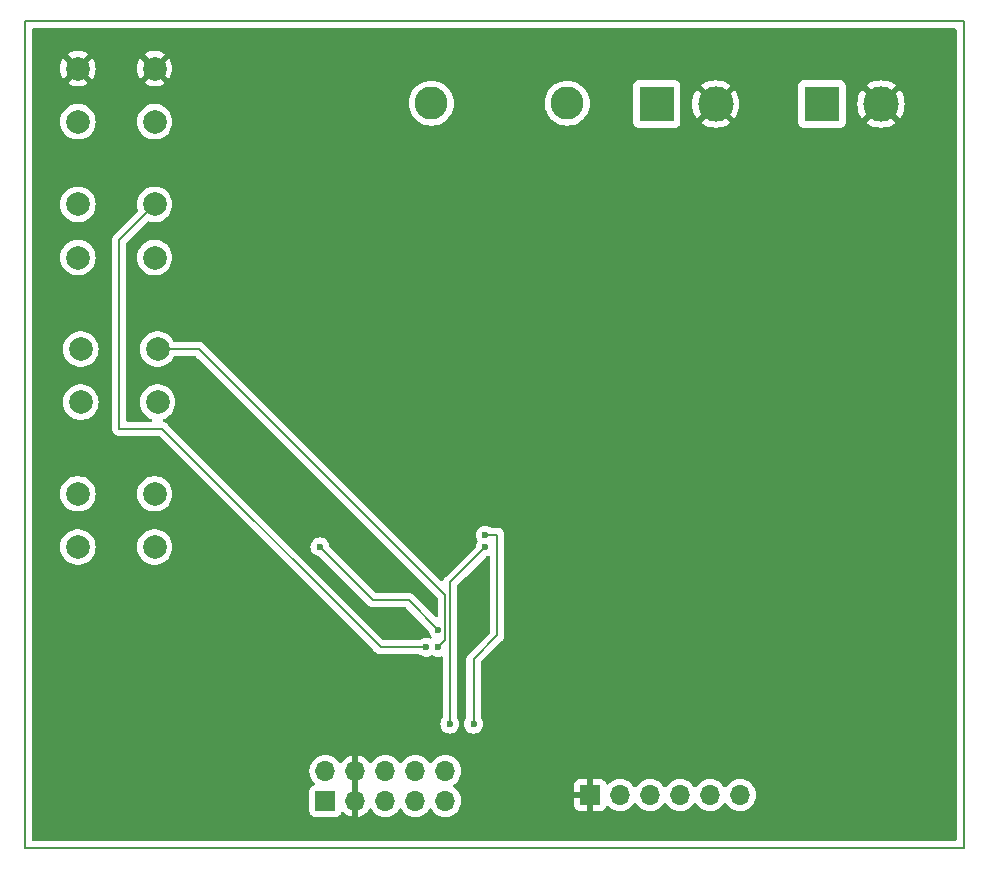
<source format=gbr>
%TF.GenerationSoftware,KiCad,Pcbnew,8.0.5*%
%TF.CreationDate,2024-11-07T20:07:23-06:00*%
%TF.ProjectId,LEDDashboard,4c454444-6173-4686-926f-6172642e6b69,rev?*%
%TF.SameCoordinates,Original*%
%TF.FileFunction,Copper,L2,Bot*%
%TF.FilePolarity,Positive*%
%FSLAX46Y46*%
G04 Gerber Fmt 4.6, Leading zero omitted, Abs format (unit mm)*
G04 Created by KiCad (PCBNEW 8.0.5) date 2024-11-07 20:07:23*
%MOMM*%
%LPD*%
G01*
G04 APERTURE LIST*
%TA.AperFunction,NonConductor*%
%ADD10C,0.200000*%
%TD*%
%TA.AperFunction,ComponentPad*%
%ADD11C,2.800000*%
%TD*%
%TA.AperFunction,ComponentPad*%
%ADD12C,2.000000*%
%TD*%
%TA.AperFunction,ComponentPad*%
%ADD13C,3.000000*%
%TD*%
%TA.AperFunction,ComponentPad*%
%ADD14R,3.000000X3.000000*%
%TD*%
%TA.AperFunction,ComponentPad*%
%ADD15R,1.700000X1.700000*%
%TD*%
%TA.AperFunction,ComponentPad*%
%ADD16O,1.700000X1.700000*%
%TD*%
%TA.AperFunction,ViaPad*%
%ADD17C,0.600000*%
%TD*%
%TA.AperFunction,Conductor*%
%ADD18C,0.200000*%
%TD*%
G04 APERTURE END LIST*
D10*
X24000000Y-21000000D02*
X103500000Y-21000000D01*
X103500000Y-91000000D01*
X24000000Y-91000000D01*
X24000000Y-21000000D01*
D11*
%TO.P,TP2,1,1*%
%TO.N,+3.3V*%
X58432500Y-27932500D03*
%TD*%
%TO.P,TP1,1,1*%
%TO.N,+5V*%
X69932500Y-27932500D03*
%TD*%
D12*
%TO.P,SW4,1,1*%
%TO.N,Net-(U1-PA6)*%
X28500000Y-61000000D03*
X35000000Y-61000000D03*
%TO.P,SW4,2,2*%
%TO.N,Net-(C5-Pad1)*%
X28500000Y-65500000D03*
X35000000Y-65500000D03*
%TD*%
%TO.P,SW3,1,1*%
%TO.N,Net-(U1-PA5)*%
X28750000Y-48750000D03*
X35250000Y-48750000D03*
%TO.P,SW3,2,2*%
%TO.N,Net-(C4-Pad1)*%
X28750000Y-53250000D03*
X35250000Y-53250000D03*
%TD*%
%TO.P,SW2,1,1*%
%TO.N,Net-(U1-PA4)*%
X28500000Y-36500000D03*
X35000000Y-36500000D03*
%TO.P,SW2,2,2*%
%TO.N,Net-(C3-Pad1)*%
X28500000Y-41000000D03*
X35000000Y-41000000D03*
%TD*%
%TO.P,SW1,1,1*%
%TO.N,GND*%
X28500000Y-25000000D03*
X35000000Y-25000000D03*
%TO.P,SW1,2,2*%
%TO.N,Net-(U1-NRST)*%
X28500000Y-29500000D03*
X35000000Y-29500000D03*
%TD*%
D13*
%TO.P,J4,2,Pin_2*%
%TO.N,GND*%
X96500000Y-28000000D03*
D14*
%TO.P,J4,1,Pin_1*%
%TO.N,/LedData*%
X91500000Y-28000000D03*
%TD*%
D13*
%TO.P,J3,2,Pin_2*%
%TO.N,GND*%
X82500000Y-28000000D03*
D14*
%TO.P,J3,1,Pin_1*%
%TO.N,+5V*%
X77500000Y-28000000D03*
%TD*%
D15*
%TO.P,J2,1,Pin_1*%
%TO.N,/SWCLK*%
X49460000Y-87000000D03*
D16*
%TO.P,J2,2,Pin_2*%
%TO.N,/SWDIO*%
X49460000Y-84460000D03*
%TO.P,J2,3,Pin_3*%
%TO.N,GND*%
X52000000Y-87000000D03*
%TO.P,J2,4,Pin_4*%
X52000000Y-84460000D03*
%TO.P,J2,5,Pin_5*%
%TO.N,unconnected-(J2-Pin_5-Pad5)*%
X54540000Y-87000000D03*
%TO.P,J2,6,Pin_6*%
%TO.N,unconnected-(J2-Pin_6-Pad6)*%
X54540000Y-84460000D03*
%TO.P,J2,7,Pin_7*%
%TO.N,unconnected-(J2-Pin_7-Pad7)*%
X57080000Y-87000000D03*
%TO.P,J2,8,Pin_8*%
%TO.N,unconnected-(J2-Pin_8-Pad8)*%
X57080000Y-84460000D03*
%TO.P,J2,9,Pin_9*%
%TO.N,unconnected-(J2-Pin_9-Pad9)*%
X59620000Y-87000000D03*
%TO.P,J2,10,Pin_10*%
%TO.N,unconnected-(J2-Pin_10-Pad10)*%
X59620000Y-84460000D03*
%TD*%
D15*
%TO.P,J1,1,Pin_1*%
%TO.N,GND*%
X71880000Y-86500000D03*
D16*
%TO.P,J1,2,Pin_2*%
%TO.N,unconnected-(J1-Pin_2-Pad2)*%
X74420000Y-86500000D03*
%TO.P,J1,3,Pin_3*%
%TO.N,unconnected-(J1-Pin_3-Pad3)*%
X76960000Y-86500000D03*
%TO.P,J1,4,Pin_4*%
%TO.N,/TX*%
X79500000Y-86500000D03*
%TO.P,J1,5,Pin_5*%
%TO.N,/RX*%
X82040000Y-86500000D03*
%TO.P,J1,6,Pin_6*%
%TO.N,unconnected-(J1-Pin_6-Pad6)*%
X84580000Y-86500000D03*
%TD*%
D17*
%TO.N,Net-(U1-PA5)*%
X59000000Y-74000000D03*
%TO.N,Net-(U1-PA4)*%
X58000000Y-74000000D03*
%TO.N,Net-(U1-PA6)*%
X59000000Y-72500000D03*
X49000000Y-65500000D03*
%TO.N,/SWDIO*%
X63000000Y-65500000D03*
%TO.N,/SWCLK*%
X63000000Y-64500000D03*
%TO.N,/SWDIO*%
X60000000Y-80500000D03*
%TO.N,/SWCLK*%
X62000000Y-80500000D03*
%TO.N,GND*%
X66500000Y-69500000D03*
X28000000Y-75000000D03*
X69432500Y-42432500D03*
%TD*%
D18*
%TO.N,Net-(U1-PA6)*%
X59000000Y-72500000D02*
X56500000Y-70000000D01*
X56500000Y-70000000D02*
X53500000Y-70000000D01*
X53500000Y-70000000D02*
X49000000Y-65500000D01*
%TO.N,Net-(U1-PA4)*%
X35661522Y-55500000D02*
X32000000Y-55500000D01*
X54161522Y-74000000D02*
X35661522Y-55500000D01*
X32000000Y-39500000D02*
X35000000Y-36500000D01*
X58000000Y-74000000D02*
X54161522Y-74000000D01*
X32000000Y-55500000D02*
X32000000Y-39500000D01*
%TO.N,Net-(U1-PA5)*%
X59000000Y-74000000D02*
X59600000Y-73400000D01*
X59600000Y-73400000D02*
X59600000Y-69600000D01*
X59600000Y-69600000D02*
X38750000Y-48750000D01*
X38750000Y-48750000D02*
X35250000Y-48750000D01*
%TO.N,/SWCLK*%
X64000000Y-64500000D02*
X63000000Y-64500000D01*
X62000000Y-75000000D02*
X64000000Y-73000000D01*
X62000000Y-80500000D02*
X62000000Y-75000000D01*
X64000000Y-73000000D02*
X64000000Y-64500000D01*
%TO.N,/SWDIO*%
X60000000Y-68500000D02*
X63000000Y-65500000D01*
X60000000Y-80500000D02*
X60000000Y-68500000D01*
%TD*%
%TA.AperFunction,Conductor*%
%TO.N,GND*%
G36*
X52250000Y-86566988D02*
G01*
X52192993Y-86534075D01*
X52065826Y-86500000D01*
X51934174Y-86500000D01*
X51807007Y-86534075D01*
X51750000Y-86566988D01*
X51750000Y-84893012D01*
X51807007Y-84925925D01*
X51934174Y-84960000D01*
X52065826Y-84960000D01*
X52192993Y-84925925D01*
X52250000Y-84893012D01*
X52250000Y-86566988D01*
G37*
%TD.AperFunction*%
%TA.AperFunction,Conductor*%
G36*
X102842539Y-21620185D02*
G01*
X102888294Y-21672989D01*
X102899500Y-21724500D01*
X102899500Y-90275500D01*
X102879815Y-90342539D01*
X102827011Y-90388294D01*
X102775500Y-90399500D01*
X24724500Y-90399500D01*
X24657461Y-90379815D01*
X24611706Y-90327011D01*
X24600500Y-90275500D01*
X24600500Y-84459999D01*
X48104341Y-84459999D01*
X48104341Y-84460000D01*
X48124936Y-84695403D01*
X48124938Y-84695413D01*
X48186094Y-84923655D01*
X48186096Y-84923659D01*
X48186097Y-84923663D01*
X48265801Y-85094588D01*
X48285965Y-85137830D01*
X48285967Y-85137834D01*
X48347768Y-85226094D01*
X48421504Y-85331400D01*
X48421506Y-85331402D01*
X48543430Y-85453326D01*
X48576915Y-85514649D01*
X48571931Y-85584341D01*
X48530059Y-85640274D01*
X48499083Y-85657189D01*
X48367669Y-85706203D01*
X48367664Y-85706206D01*
X48252455Y-85792452D01*
X48252452Y-85792455D01*
X48166206Y-85907664D01*
X48166202Y-85907671D01*
X48115908Y-86042517D01*
X48109501Y-86102116D01*
X48109500Y-86102135D01*
X48109500Y-87897870D01*
X48109501Y-87897876D01*
X48115908Y-87957483D01*
X48166202Y-88092328D01*
X48166206Y-88092335D01*
X48252452Y-88207544D01*
X48252455Y-88207547D01*
X48367664Y-88293793D01*
X48367671Y-88293797D01*
X48502517Y-88344091D01*
X48502516Y-88344091D01*
X48509444Y-88344835D01*
X48562127Y-88350500D01*
X50357872Y-88350499D01*
X50417483Y-88344091D01*
X50552331Y-88293796D01*
X50667546Y-88207546D01*
X50753796Y-88092331D01*
X50803002Y-87960401D01*
X50844872Y-87904468D01*
X50910337Y-87880050D01*
X50978610Y-87894901D01*
X51006865Y-87916053D01*
X51128917Y-88038105D01*
X51322421Y-88173600D01*
X51536507Y-88273429D01*
X51536516Y-88273433D01*
X51750000Y-88330634D01*
X51750000Y-87433012D01*
X51807007Y-87465925D01*
X51934174Y-87500000D01*
X52065826Y-87500000D01*
X52192993Y-87465925D01*
X52250000Y-87433012D01*
X52250000Y-88330633D01*
X52463483Y-88273433D01*
X52463492Y-88273429D01*
X52677578Y-88173600D01*
X52871082Y-88038105D01*
X53038105Y-87871082D01*
X53168119Y-87685405D01*
X53222696Y-87641781D01*
X53292195Y-87634588D01*
X53354549Y-87666110D01*
X53371269Y-87685405D01*
X53501505Y-87871401D01*
X53668599Y-88038495D01*
X53765384Y-88106265D01*
X53862165Y-88174032D01*
X53862167Y-88174033D01*
X53862170Y-88174035D01*
X54076337Y-88273903D01*
X54304592Y-88335063D01*
X54481034Y-88350500D01*
X54539999Y-88355659D01*
X54540000Y-88355659D01*
X54540001Y-88355659D01*
X54598966Y-88350500D01*
X54775408Y-88335063D01*
X55003663Y-88273903D01*
X55217830Y-88174035D01*
X55411401Y-88038495D01*
X55578495Y-87871401D01*
X55708425Y-87685842D01*
X55763002Y-87642217D01*
X55832500Y-87635023D01*
X55894855Y-87666546D01*
X55911575Y-87685842D01*
X56041500Y-87871395D01*
X56041505Y-87871401D01*
X56208599Y-88038495D01*
X56305384Y-88106265D01*
X56402165Y-88174032D01*
X56402167Y-88174033D01*
X56402170Y-88174035D01*
X56616337Y-88273903D01*
X56844592Y-88335063D01*
X57021034Y-88350500D01*
X57079999Y-88355659D01*
X57080000Y-88355659D01*
X57080001Y-88355659D01*
X57138966Y-88350500D01*
X57315408Y-88335063D01*
X57543663Y-88273903D01*
X57757830Y-88174035D01*
X57951401Y-88038495D01*
X58118495Y-87871401D01*
X58248425Y-87685842D01*
X58303002Y-87642217D01*
X58372500Y-87635023D01*
X58434855Y-87666546D01*
X58451575Y-87685842D01*
X58581500Y-87871395D01*
X58581505Y-87871401D01*
X58748599Y-88038495D01*
X58845384Y-88106265D01*
X58942165Y-88174032D01*
X58942167Y-88174033D01*
X58942170Y-88174035D01*
X59156337Y-88273903D01*
X59384592Y-88335063D01*
X59561034Y-88350500D01*
X59619999Y-88355659D01*
X59620000Y-88355659D01*
X59620001Y-88355659D01*
X59678966Y-88350500D01*
X59855408Y-88335063D01*
X60083663Y-88273903D01*
X60297830Y-88174035D01*
X60491401Y-88038495D01*
X60658495Y-87871401D01*
X60794035Y-87677830D01*
X60893903Y-87463663D01*
X60955063Y-87235408D01*
X60975659Y-87000000D01*
X60955063Y-86764592D01*
X60908626Y-86591285D01*
X60893905Y-86536344D01*
X60893904Y-86536343D01*
X60893903Y-86536337D01*
X60794035Y-86322171D01*
X60788731Y-86314595D01*
X60658494Y-86128597D01*
X60491402Y-85961506D01*
X60491396Y-85961501D01*
X60305842Y-85831575D01*
X60262217Y-85776998D01*
X60255023Y-85707500D01*
X60286546Y-85645145D01*
X60305842Y-85628425D01*
X60343359Y-85602155D01*
X70530000Y-85602155D01*
X70530000Y-86250000D01*
X71446988Y-86250000D01*
X71414075Y-86307007D01*
X71380000Y-86434174D01*
X71380000Y-86565826D01*
X71414075Y-86692993D01*
X71446988Y-86750000D01*
X70530000Y-86750000D01*
X70530000Y-87397844D01*
X70536401Y-87457372D01*
X70536403Y-87457379D01*
X70586645Y-87592086D01*
X70586649Y-87592093D01*
X70672809Y-87707187D01*
X70672812Y-87707190D01*
X70787906Y-87793350D01*
X70787913Y-87793354D01*
X70922620Y-87843596D01*
X70922627Y-87843598D01*
X70982155Y-87849999D01*
X70982172Y-87850000D01*
X71630000Y-87850000D01*
X71630000Y-86933012D01*
X71687007Y-86965925D01*
X71814174Y-87000000D01*
X71945826Y-87000000D01*
X72072993Y-86965925D01*
X72130000Y-86933012D01*
X72130000Y-87850000D01*
X72777828Y-87850000D01*
X72777844Y-87849999D01*
X72837372Y-87843598D01*
X72837379Y-87843596D01*
X72972086Y-87793354D01*
X72972093Y-87793350D01*
X73087187Y-87707190D01*
X73087190Y-87707187D01*
X73173350Y-87592093D01*
X73173354Y-87592086D01*
X73222422Y-87460529D01*
X73264293Y-87404595D01*
X73329757Y-87380178D01*
X73398030Y-87395030D01*
X73426285Y-87416181D01*
X73548599Y-87538495D01*
X73625135Y-87592086D01*
X73742165Y-87674032D01*
X73742167Y-87674033D01*
X73742170Y-87674035D01*
X73956337Y-87773903D01*
X74184592Y-87835063D01*
X74355319Y-87850000D01*
X74419999Y-87855659D01*
X74420000Y-87855659D01*
X74420001Y-87855659D01*
X74484681Y-87850000D01*
X74655408Y-87835063D01*
X74883663Y-87773903D01*
X75097830Y-87674035D01*
X75291401Y-87538495D01*
X75458495Y-87371401D01*
X75588425Y-87185842D01*
X75643002Y-87142217D01*
X75712500Y-87135023D01*
X75774855Y-87166546D01*
X75791575Y-87185842D01*
X75921500Y-87371395D01*
X75921505Y-87371401D01*
X76088599Y-87538495D01*
X76165135Y-87592086D01*
X76282165Y-87674032D01*
X76282167Y-87674033D01*
X76282170Y-87674035D01*
X76496337Y-87773903D01*
X76724592Y-87835063D01*
X76895319Y-87850000D01*
X76959999Y-87855659D01*
X76960000Y-87855659D01*
X76960001Y-87855659D01*
X77024681Y-87850000D01*
X77195408Y-87835063D01*
X77423663Y-87773903D01*
X77637830Y-87674035D01*
X77831401Y-87538495D01*
X77998495Y-87371401D01*
X78128425Y-87185842D01*
X78183002Y-87142217D01*
X78252500Y-87135023D01*
X78314855Y-87166546D01*
X78331575Y-87185842D01*
X78461500Y-87371395D01*
X78461505Y-87371401D01*
X78628599Y-87538495D01*
X78705135Y-87592086D01*
X78822165Y-87674032D01*
X78822167Y-87674033D01*
X78822170Y-87674035D01*
X79036337Y-87773903D01*
X79264592Y-87835063D01*
X79435319Y-87850000D01*
X79499999Y-87855659D01*
X79500000Y-87855659D01*
X79500001Y-87855659D01*
X79564681Y-87850000D01*
X79735408Y-87835063D01*
X79963663Y-87773903D01*
X80177830Y-87674035D01*
X80371401Y-87538495D01*
X80538495Y-87371401D01*
X80668425Y-87185842D01*
X80723002Y-87142217D01*
X80792500Y-87135023D01*
X80854855Y-87166546D01*
X80871575Y-87185842D01*
X81001500Y-87371395D01*
X81001505Y-87371401D01*
X81168599Y-87538495D01*
X81245135Y-87592086D01*
X81362165Y-87674032D01*
X81362167Y-87674033D01*
X81362170Y-87674035D01*
X81576337Y-87773903D01*
X81804592Y-87835063D01*
X81975319Y-87850000D01*
X82039999Y-87855659D01*
X82040000Y-87855659D01*
X82040001Y-87855659D01*
X82104681Y-87850000D01*
X82275408Y-87835063D01*
X82503663Y-87773903D01*
X82717830Y-87674035D01*
X82911401Y-87538495D01*
X83078495Y-87371401D01*
X83208425Y-87185842D01*
X83263002Y-87142217D01*
X83332500Y-87135023D01*
X83394855Y-87166546D01*
X83411575Y-87185842D01*
X83541500Y-87371395D01*
X83541505Y-87371401D01*
X83708599Y-87538495D01*
X83785135Y-87592086D01*
X83902165Y-87674032D01*
X83902167Y-87674033D01*
X83902170Y-87674035D01*
X84116337Y-87773903D01*
X84344592Y-87835063D01*
X84515319Y-87850000D01*
X84579999Y-87855659D01*
X84580000Y-87855659D01*
X84580001Y-87855659D01*
X84644681Y-87850000D01*
X84815408Y-87835063D01*
X85043663Y-87773903D01*
X85257830Y-87674035D01*
X85451401Y-87538495D01*
X85618495Y-87371401D01*
X85754035Y-87177830D01*
X85853903Y-86963663D01*
X85915063Y-86735408D01*
X85935659Y-86500000D01*
X85915063Y-86264592D01*
X85853903Y-86036337D01*
X85754035Y-85822171D01*
X85748913Y-85814855D01*
X85618494Y-85628597D01*
X85451402Y-85461506D01*
X85451395Y-85461501D01*
X85257834Y-85325967D01*
X85257830Y-85325965D01*
X85186727Y-85292809D01*
X85043663Y-85226097D01*
X85043659Y-85226096D01*
X85043655Y-85226094D01*
X84815413Y-85164938D01*
X84815403Y-85164936D01*
X84580001Y-85144341D01*
X84579999Y-85144341D01*
X84344596Y-85164936D01*
X84344586Y-85164938D01*
X84116344Y-85226094D01*
X84116335Y-85226098D01*
X83902171Y-85325964D01*
X83902169Y-85325965D01*
X83708597Y-85461505D01*
X83541505Y-85628597D01*
X83411575Y-85814158D01*
X83356998Y-85857783D01*
X83287500Y-85864977D01*
X83225145Y-85833454D01*
X83208425Y-85814158D01*
X83078494Y-85628597D01*
X82911402Y-85461506D01*
X82911395Y-85461501D01*
X82717834Y-85325967D01*
X82717830Y-85325965D01*
X82646727Y-85292809D01*
X82503663Y-85226097D01*
X82503659Y-85226096D01*
X82503655Y-85226094D01*
X82275413Y-85164938D01*
X82275403Y-85164936D01*
X82040001Y-85144341D01*
X82039999Y-85144341D01*
X81804596Y-85164936D01*
X81804586Y-85164938D01*
X81576344Y-85226094D01*
X81576335Y-85226098D01*
X81362171Y-85325964D01*
X81362169Y-85325965D01*
X81168597Y-85461505D01*
X81001505Y-85628597D01*
X80871575Y-85814158D01*
X80816998Y-85857783D01*
X80747500Y-85864977D01*
X80685145Y-85833454D01*
X80668425Y-85814158D01*
X80538494Y-85628597D01*
X80371402Y-85461506D01*
X80371395Y-85461501D01*
X80177834Y-85325967D01*
X80177830Y-85325965D01*
X80106727Y-85292809D01*
X79963663Y-85226097D01*
X79963659Y-85226096D01*
X79963655Y-85226094D01*
X79735413Y-85164938D01*
X79735403Y-85164936D01*
X79500001Y-85144341D01*
X79499999Y-85144341D01*
X79264596Y-85164936D01*
X79264586Y-85164938D01*
X79036344Y-85226094D01*
X79036335Y-85226098D01*
X78822171Y-85325964D01*
X78822169Y-85325965D01*
X78628597Y-85461505D01*
X78461505Y-85628597D01*
X78331575Y-85814158D01*
X78276998Y-85857783D01*
X78207500Y-85864977D01*
X78145145Y-85833454D01*
X78128425Y-85814158D01*
X77998494Y-85628597D01*
X77831402Y-85461506D01*
X77831395Y-85461501D01*
X77637834Y-85325967D01*
X77637830Y-85325965D01*
X77566727Y-85292809D01*
X77423663Y-85226097D01*
X77423659Y-85226096D01*
X77423655Y-85226094D01*
X77195413Y-85164938D01*
X77195403Y-85164936D01*
X76960001Y-85144341D01*
X76959999Y-85144341D01*
X76724596Y-85164936D01*
X76724586Y-85164938D01*
X76496344Y-85226094D01*
X76496335Y-85226098D01*
X76282171Y-85325964D01*
X76282169Y-85325965D01*
X76088597Y-85461505D01*
X75921505Y-85628597D01*
X75791575Y-85814158D01*
X75736998Y-85857783D01*
X75667500Y-85864977D01*
X75605145Y-85833454D01*
X75588425Y-85814158D01*
X75458494Y-85628597D01*
X75291402Y-85461506D01*
X75291395Y-85461501D01*
X75097834Y-85325967D01*
X75097830Y-85325965D01*
X75026727Y-85292809D01*
X74883663Y-85226097D01*
X74883659Y-85226096D01*
X74883655Y-85226094D01*
X74655413Y-85164938D01*
X74655403Y-85164936D01*
X74420001Y-85144341D01*
X74419999Y-85144341D01*
X74184596Y-85164936D01*
X74184586Y-85164938D01*
X73956344Y-85226094D01*
X73956335Y-85226098D01*
X73742171Y-85325964D01*
X73742169Y-85325965D01*
X73548600Y-85461503D01*
X73426284Y-85583819D01*
X73364961Y-85617303D01*
X73295269Y-85612319D01*
X73239336Y-85570447D01*
X73222421Y-85539470D01*
X73173354Y-85407913D01*
X73173350Y-85407906D01*
X73087190Y-85292812D01*
X73087187Y-85292809D01*
X72972093Y-85206649D01*
X72972086Y-85206645D01*
X72837379Y-85156403D01*
X72837372Y-85156401D01*
X72777844Y-85150000D01*
X72130000Y-85150000D01*
X72130000Y-86066988D01*
X72072993Y-86034075D01*
X71945826Y-86000000D01*
X71814174Y-86000000D01*
X71687007Y-86034075D01*
X71630000Y-86066988D01*
X71630000Y-85150000D01*
X70982155Y-85150000D01*
X70922627Y-85156401D01*
X70922620Y-85156403D01*
X70787913Y-85206645D01*
X70787906Y-85206649D01*
X70672812Y-85292809D01*
X70672809Y-85292812D01*
X70586649Y-85407906D01*
X70586645Y-85407913D01*
X70536403Y-85542620D01*
X70536401Y-85542627D01*
X70530000Y-85602155D01*
X60343359Y-85602155D01*
X60428384Y-85542620D01*
X60491401Y-85498495D01*
X60658495Y-85331401D01*
X60794035Y-85137830D01*
X60893903Y-84923663D01*
X60955063Y-84695408D01*
X60975659Y-84460000D01*
X60955063Y-84224592D01*
X60893903Y-83996337D01*
X60794035Y-83782171D01*
X60788731Y-83774595D01*
X60658494Y-83588597D01*
X60491402Y-83421506D01*
X60491395Y-83421501D01*
X60297834Y-83285967D01*
X60297830Y-83285965D01*
X60297828Y-83285964D01*
X60083663Y-83186097D01*
X60083659Y-83186096D01*
X60083655Y-83186094D01*
X59855413Y-83124938D01*
X59855403Y-83124936D01*
X59620001Y-83104341D01*
X59619999Y-83104341D01*
X59384596Y-83124936D01*
X59384586Y-83124938D01*
X59156344Y-83186094D01*
X59156335Y-83186098D01*
X58942171Y-83285964D01*
X58942169Y-83285965D01*
X58748597Y-83421505D01*
X58581505Y-83588597D01*
X58451575Y-83774158D01*
X58396998Y-83817783D01*
X58327500Y-83824977D01*
X58265145Y-83793454D01*
X58248425Y-83774158D01*
X58118494Y-83588597D01*
X57951402Y-83421506D01*
X57951395Y-83421501D01*
X57757834Y-83285967D01*
X57757830Y-83285965D01*
X57757828Y-83285964D01*
X57543663Y-83186097D01*
X57543659Y-83186096D01*
X57543655Y-83186094D01*
X57315413Y-83124938D01*
X57315403Y-83124936D01*
X57080001Y-83104341D01*
X57079999Y-83104341D01*
X56844596Y-83124936D01*
X56844586Y-83124938D01*
X56616344Y-83186094D01*
X56616335Y-83186098D01*
X56402171Y-83285964D01*
X56402169Y-83285965D01*
X56208597Y-83421505D01*
X56041505Y-83588597D01*
X55911575Y-83774158D01*
X55856998Y-83817783D01*
X55787500Y-83824977D01*
X55725145Y-83793454D01*
X55708425Y-83774158D01*
X55578494Y-83588597D01*
X55411402Y-83421506D01*
X55411395Y-83421501D01*
X55217834Y-83285967D01*
X55217830Y-83285965D01*
X55217828Y-83285964D01*
X55003663Y-83186097D01*
X55003659Y-83186096D01*
X55003655Y-83186094D01*
X54775413Y-83124938D01*
X54775403Y-83124936D01*
X54540001Y-83104341D01*
X54539999Y-83104341D01*
X54304596Y-83124936D01*
X54304586Y-83124938D01*
X54076344Y-83186094D01*
X54076335Y-83186098D01*
X53862171Y-83285964D01*
X53862169Y-83285965D01*
X53668597Y-83421505D01*
X53501508Y-83588594D01*
X53371269Y-83774595D01*
X53316692Y-83818219D01*
X53247193Y-83825412D01*
X53184839Y-83793890D01*
X53168119Y-83774594D01*
X53038113Y-83588926D01*
X53038108Y-83588920D01*
X52871082Y-83421894D01*
X52677578Y-83286399D01*
X52463492Y-83186570D01*
X52463486Y-83186567D01*
X52250000Y-83129364D01*
X52250000Y-84026988D01*
X52192993Y-83994075D01*
X52065826Y-83960000D01*
X51934174Y-83960000D01*
X51807007Y-83994075D01*
X51750000Y-84026988D01*
X51750000Y-83129364D01*
X51749999Y-83129364D01*
X51536513Y-83186567D01*
X51536507Y-83186570D01*
X51322422Y-83286399D01*
X51322420Y-83286400D01*
X51128926Y-83421886D01*
X51128920Y-83421891D01*
X50961891Y-83588920D01*
X50961890Y-83588922D01*
X50831880Y-83774595D01*
X50777303Y-83818219D01*
X50707804Y-83825412D01*
X50645450Y-83793890D01*
X50628730Y-83774594D01*
X50498494Y-83588597D01*
X50331402Y-83421506D01*
X50331395Y-83421501D01*
X50137834Y-83285967D01*
X50137830Y-83285965D01*
X50137828Y-83285964D01*
X49923663Y-83186097D01*
X49923659Y-83186096D01*
X49923655Y-83186094D01*
X49695413Y-83124938D01*
X49695403Y-83124936D01*
X49460001Y-83104341D01*
X49459999Y-83104341D01*
X49224596Y-83124936D01*
X49224586Y-83124938D01*
X48996344Y-83186094D01*
X48996335Y-83186098D01*
X48782171Y-83285964D01*
X48782169Y-83285965D01*
X48588597Y-83421505D01*
X48421505Y-83588597D01*
X48285965Y-83782169D01*
X48285964Y-83782171D01*
X48186098Y-83996335D01*
X48186094Y-83996344D01*
X48124938Y-84224586D01*
X48124936Y-84224596D01*
X48104341Y-84459999D01*
X24600500Y-84459999D01*
X24600500Y-65499994D01*
X26994357Y-65499994D01*
X26994357Y-65500005D01*
X27014890Y-65747812D01*
X27014892Y-65747824D01*
X27075936Y-65988881D01*
X27175826Y-66216606D01*
X27311833Y-66424782D01*
X27311836Y-66424785D01*
X27480256Y-66607738D01*
X27676491Y-66760474D01*
X27895190Y-66878828D01*
X28130386Y-66959571D01*
X28375665Y-67000500D01*
X28624335Y-67000500D01*
X28869614Y-66959571D01*
X29104810Y-66878828D01*
X29323509Y-66760474D01*
X29519744Y-66607738D01*
X29688164Y-66424785D01*
X29824173Y-66216607D01*
X29924063Y-65988881D01*
X29985108Y-65747821D01*
X30005643Y-65500000D01*
X30005643Y-65499994D01*
X33494357Y-65499994D01*
X33494357Y-65500005D01*
X33514890Y-65747812D01*
X33514892Y-65747824D01*
X33575936Y-65988881D01*
X33675826Y-66216606D01*
X33811833Y-66424782D01*
X33811836Y-66424785D01*
X33980256Y-66607738D01*
X34176491Y-66760474D01*
X34395190Y-66878828D01*
X34630386Y-66959571D01*
X34875665Y-67000500D01*
X35124335Y-67000500D01*
X35369614Y-66959571D01*
X35604810Y-66878828D01*
X35823509Y-66760474D01*
X36019744Y-66607738D01*
X36188164Y-66424785D01*
X36324173Y-66216607D01*
X36424063Y-65988881D01*
X36485108Y-65747821D01*
X36505643Y-65500000D01*
X36504107Y-65481465D01*
X36485109Y-65252187D01*
X36485107Y-65252175D01*
X36424063Y-65011118D01*
X36324173Y-64783393D01*
X36188166Y-64575217D01*
X36166557Y-64551744D01*
X36019744Y-64392262D01*
X35823509Y-64239526D01*
X35823507Y-64239525D01*
X35823506Y-64239524D01*
X35604811Y-64121172D01*
X35604802Y-64121169D01*
X35369616Y-64040429D01*
X35124335Y-63999500D01*
X34875665Y-63999500D01*
X34630383Y-64040429D01*
X34395197Y-64121169D01*
X34395188Y-64121172D01*
X34176493Y-64239524D01*
X33980257Y-64392261D01*
X33811833Y-64575217D01*
X33675826Y-64783393D01*
X33575936Y-65011118D01*
X33514892Y-65252175D01*
X33514890Y-65252187D01*
X33494357Y-65499994D01*
X30005643Y-65499994D01*
X30004107Y-65481465D01*
X29985109Y-65252187D01*
X29985107Y-65252175D01*
X29924063Y-65011118D01*
X29824173Y-64783393D01*
X29688166Y-64575217D01*
X29666557Y-64551744D01*
X29519744Y-64392262D01*
X29323509Y-64239526D01*
X29323507Y-64239525D01*
X29323506Y-64239524D01*
X29104811Y-64121172D01*
X29104802Y-64121169D01*
X28869616Y-64040429D01*
X28624335Y-63999500D01*
X28375665Y-63999500D01*
X28130383Y-64040429D01*
X27895197Y-64121169D01*
X27895188Y-64121172D01*
X27676493Y-64239524D01*
X27480257Y-64392261D01*
X27311833Y-64575217D01*
X27175826Y-64783393D01*
X27075936Y-65011118D01*
X27014892Y-65252175D01*
X27014890Y-65252187D01*
X26994357Y-65499994D01*
X24600500Y-65499994D01*
X24600500Y-60999994D01*
X26994357Y-60999994D01*
X26994357Y-61000005D01*
X27014890Y-61247812D01*
X27014892Y-61247824D01*
X27075936Y-61488881D01*
X27175826Y-61716606D01*
X27311833Y-61924782D01*
X27311836Y-61924785D01*
X27480256Y-62107738D01*
X27676491Y-62260474D01*
X27895190Y-62378828D01*
X28130386Y-62459571D01*
X28375665Y-62500500D01*
X28624335Y-62500500D01*
X28869614Y-62459571D01*
X29104810Y-62378828D01*
X29323509Y-62260474D01*
X29519744Y-62107738D01*
X29688164Y-61924785D01*
X29824173Y-61716607D01*
X29924063Y-61488881D01*
X29985108Y-61247821D01*
X30005643Y-61000000D01*
X30005643Y-60999994D01*
X33494357Y-60999994D01*
X33494357Y-61000005D01*
X33514890Y-61247812D01*
X33514892Y-61247824D01*
X33575936Y-61488881D01*
X33675826Y-61716606D01*
X33811833Y-61924782D01*
X33811836Y-61924785D01*
X33980256Y-62107738D01*
X34176491Y-62260474D01*
X34395190Y-62378828D01*
X34630386Y-62459571D01*
X34875665Y-62500500D01*
X35124335Y-62500500D01*
X35369614Y-62459571D01*
X35604810Y-62378828D01*
X35823509Y-62260474D01*
X36019744Y-62107738D01*
X36188164Y-61924785D01*
X36324173Y-61716607D01*
X36424063Y-61488881D01*
X36485108Y-61247821D01*
X36505643Y-61000000D01*
X36485108Y-60752179D01*
X36424063Y-60511119D01*
X36324173Y-60283393D01*
X36188166Y-60075217D01*
X36166557Y-60051744D01*
X36019744Y-59892262D01*
X35823509Y-59739526D01*
X35823507Y-59739525D01*
X35823506Y-59739524D01*
X35604811Y-59621172D01*
X35604802Y-59621169D01*
X35369616Y-59540429D01*
X35124335Y-59499500D01*
X34875665Y-59499500D01*
X34630383Y-59540429D01*
X34395197Y-59621169D01*
X34395188Y-59621172D01*
X34176493Y-59739524D01*
X33980257Y-59892261D01*
X33811833Y-60075217D01*
X33675826Y-60283393D01*
X33575936Y-60511118D01*
X33514892Y-60752175D01*
X33514890Y-60752187D01*
X33494357Y-60999994D01*
X30005643Y-60999994D01*
X29985108Y-60752179D01*
X29924063Y-60511119D01*
X29824173Y-60283393D01*
X29688166Y-60075217D01*
X29666557Y-60051744D01*
X29519744Y-59892262D01*
X29323509Y-59739526D01*
X29323507Y-59739525D01*
X29323506Y-59739524D01*
X29104811Y-59621172D01*
X29104802Y-59621169D01*
X28869616Y-59540429D01*
X28624335Y-59499500D01*
X28375665Y-59499500D01*
X28130383Y-59540429D01*
X27895197Y-59621169D01*
X27895188Y-59621172D01*
X27676493Y-59739524D01*
X27480257Y-59892261D01*
X27311833Y-60075217D01*
X27175826Y-60283393D01*
X27075936Y-60511118D01*
X27014892Y-60752175D01*
X27014890Y-60752187D01*
X26994357Y-60999994D01*
X24600500Y-60999994D01*
X24600500Y-53249994D01*
X27244357Y-53249994D01*
X27244357Y-53250005D01*
X27264890Y-53497812D01*
X27264892Y-53497824D01*
X27325936Y-53738881D01*
X27425826Y-53966606D01*
X27561833Y-54174782D01*
X27561836Y-54174785D01*
X27730256Y-54357738D01*
X27926491Y-54510474D01*
X28145190Y-54628828D01*
X28380386Y-54709571D01*
X28625665Y-54750500D01*
X28874335Y-54750500D01*
X29119614Y-54709571D01*
X29354810Y-54628828D01*
X29573509Y-54510474D01*
X29769744Y-54357738D01*
X29938164Y-54174785D01*
X30074173Y-53966607D01*
X30174063Y-53738881D01*
X30235108Y-53497821D01*
X30255643Y-53250000D01*
X30235108Y-53002179D01*
X30174063Y-52761119D01*
X30074173Y-52533393D01*
X29938166Y-52325217D01*
X29916557Y-52301744D01*
X29769744Y-52142262D01*
X29573509Y-51989526D01*
X29573507Y-51989525D01*
X29573506Y-51989524D01*
X29354811Y-51871172D01*
X29354802Y-51871169D01*
X29119616Y-51790429D01*
X28874335Y-51749500D01*
X28625665Y-51749500D01*
X28380383Y-51790429D01*
X28145197Y-51871169D01*
X28145188Y-51871172D01*
X27926493Y-51989524D01*
X27730257Y-52142261D01*
X27561833Y-52325217D01*
X27425826Y-52533393D01*
X27325936Y-52761118D01*
X27264892Y-53002175D01*
X27264890Y-53002187D01*
X27244357Y-53249994D01*
X24600500Y-53249994D01*
X24600500Y-48749994D01*
X27244357Y-48749994D01*
X27244357Y-48750005D01*
X27264890Y-48997812D01*
X27264892Y-48997824D01*
X27325936Y-49238881D01*
X27425826Y-49466606D01*
X27561833Y-49674782D01*
X27561836Y-49674785D01*
X27730256Y-49857738D01*
X27926491Y-50010474D01*
X28145190Y-50128828D01*
X28380386Y-50209571D01*
X28625665Y-50250500D01*
X28874335Y-50250500D01*
X29119614Y-50209571D01*
X29354810Y-50128828D01*
X29573509Y-50010474D01*
X29769744Y-49857738D01*
X29938164Y-49674785D01*
X30074173Y-49466607D01*
X30174063Y-49238881D01*
X30235108Y-48997821D01*
X30255643Y-48750000D01*
X30235108Y-48502179D01*
X30176181Y-48269481D01*
X30174063Y-48261118D01*
X30074173Y-48033393D01*
X29938166Y-47825217D01*
X29916557Y-47801744D01*
X29769744Y-47642262D01*
X29573509Y-47489526D01*
X29573507Y-47489525D01*
X29573506Y-47489524D01*
X29354811Y-47371172D01*
X29354802Y-47371169D01*
X29119616Y-47290429D01*
X28874335Y-47249500D01*
X28625665Y-47249500D01*
X28380383Y-47290429D01*
X28145197Y-47371169D01*
X28145188Y-47371172D01*
X27926493Y-47489524D01*
X27730257Y-47642261D01*
X27561833Y-47825217D01*
X27425826Y-48033393D01*
X27325936Y-48261118D01*
X27264892Y-48502175D01*
X27264890Y-48502187D01*
X27244357Y-48749994D01*
X24600500Y-48749994D01*
X24600500Y-40999994D01*
X26994357Y-40999994D01*
X26994357Y-41000005D01*
X27014890Y-41247812D01*
X27014892Y-41247824D01*
X27075936Y-41488881D01*
X27175826Y-41716606D01*
X27311833Y-41924782D01*
X27311836Y-41924785D01*
X27480256Y-42107738D01*
X27676491Y-42260474D01*
X27895190Y-42378828D01*
X28130386Y-42459571D01*
X28375665Y-42500500D01*
X28624335Y-42500500D01*
X28869614Y-42459571D01*
X29104810Y-42378828D01*
X29323509Y-42260474D01*
X29519744Y-42107738D01*
X29688164Y-41924785D01*
X29824173Y-41716607D01*
X29924063Y-41488881D01*
X29985108Y-41247821D01*
X30005643Y-41000000D01*
X29985108Y-40752179D01*
X29924063Y-40511119D01*
X29824173Y-40283393D01*
X29688166Y-40075217D01*
X29666557Y-40051744D01*
X29519744Y-39892262D01*
X29323509Y-39739526D01*
X29323507Y-39739525D01*
X29323506Y-39739524D01*
X29104811Y-39621172D01*
X29104802Y-39621169D01*
X28869616Y-39540429D01*
X28624335Y-39499500D01*
X28375665Y-39499500D01*
X28130383Y-39540429D01*
X27895197Y-39621169D01*
X27895188Y-39621172D01*
X27676493Y-39739524D01*
X27480257Y-39892261D01*
X27311833Y-40075217D01*
X27175826Y-40283393D01*
X27075936Y-40511118D01*
X27014892Y-40752175D01*
X27014890Y-40752187D01*
X26994357Y-40999994D01*
X24600500Y-40999994D01*
X24600500Y-39420943D01*
X31399499Y-39420943D01*
X31399499Y-39420945D01*
X31399499Y-39589046D01*
X31399500Y-39589059D01*
X31399500Y-55579056D01*
X31440423Y-55731783D01*
X31440426Y-55731790D01*
X31519475Y-55868709D01*
X31519479Y-55868714D01*
X31519480Y-55868716D01*
X31631284Y-55980520D01*
X31631286Y-55980521D01*
X31631290Y-55980524D01*
X31768209Y-56059573D01*
X31768216Y-56059577D01*
X31920943Y-56100500D01*
X32079057Y-56100500D01*
X35361425Y-56100500D01*
X35428464Y-56120185D01*
X35449106Y-56136819D01*
X53676661Y-74364374D01*
X53676671Y-74364385D01*
X53681001Y-74368715D01*
X53681002Y-74368716D01*
X53792806Y-74480520D01*
X53860285Y-74519478D01*
X53879617Y-74530639D01*
X53879619Y-74530641D01*
X53917673Y-74552611D01*
X53929737Y-74559577D01*
X54082465Y-74600501D01*
X54082468Y-74600501D01*
X54248175Y-74600501D01*
X54248191Y-74600500D01*
X57417588Y-74600500D01*
X57484627Y-74620185D01*
X57494903Y-74627555D01*
X57497736Y-74629814D01*
X57497738Y-74629816D01*
X57600499Y-74694385D01*
X57638234Y-74718096D01*
X57650478Y-74725789D01*
X57771725Y-74768215D01*
X57820745Y-74785368D01*
X57820750Y-74785369D01*
X57999996Y-74805565D01*
X58000000Y-74805565D01*
X58000004Y-74805565D01*
X58179249Y-74785369D01*
X58179252Y-74785368D01*
X58179255Y-74785368D01*
X58349522Y-74725789D01*
X58361766Y-74718096D01*
X58434027Y-74672691D01*
X58501264Y-74653690D01*
X58565973Y-74672691D01*
X58650475Y-74725788D01*
X58820745Y-74785368D01*
X58820750Y-74785369D01*
X58999996Y-74805565D01*
X59000000Y-74805565D01*
X59000004Y-74805565D01*
X59179249Y-74785369D01*
X59179250Y-74785368D01*
X59179255Y-74785368D01*
X59234545Y-74766020D01*
X59304322Y-74762458D01*
X59364950Y-74797186D01*
X59397178Y-74859179D01*
X59399500Y-74883062D01*
X59399500Y-79917587D01*
X59379815Y-79984626D01*
X59372450Y-79994896D01*
X59370186Y-79997734D01*
X59274211Y-80150476D01*
X59214631Y-80320745D01*
X59214630Y-80320750D01*
X59194435Y-80499996D01*
X59194435Y-80500003D01*
X59214630Y-80679249D01*
X59214631Y-80679254D01*
X59274211Y-80849523D01*
X59370184Y-81002262D01*
X59497738Y-81129816D01*
X59650478Y-81225789D01*
X59820745Y-81285368D01*
X59820750Y-81285369D01*
X59999996Y-81305565D01*
X60000000Y-81305565D01*
X60000004Y-81305565D01*
X60179249Y-81285369D01*
X60179252Y-81285368D01*
X60179255Y-81285368D01*
X60349522Y-81225789D01*
X60502262Y-81129816D01*
X60629816Y-81002262D01*
X60725789Y-80849522D01*
X60785368Y-80679255D01*
X60805565Y-80500000D01*
X60785368Y-80320745D01*
X60725789Y-80150478D01*
X60629816Y-79997738D01*
X60629814Y-79997736D01*
X60629813Y-79997734D01*
X60627550Y-79994896D01*
X60626659Y-79992715D01*
X60626111Y-79991842D01*
X60626264Y-79991745D01*
X60601144Y-79930209D01*
X60600500Y-79917587D01*
X60600500Y-68800097D01*
X60620185Y-68733058D01*
X60636819Y-68712416D01*
X61329757Y-68019478D01*
X63018536Y-66330698D01*
X63079857Y-66297215D01*
X63092310Y-66295163D01*
X63179255Y-66285368D01*
X63234545Y-66266020D01*
X63304323Y-66262458D01*
X63364951Y-66297186D01*
X63397178Y-66359180D01*
X63399500Y-66383062D01*
X63399500Y-72699902D01*
X63379815Y-72766941D01*
X63363181Y-72787583D01*
X61519481Y-74631282D01*
X61519479Y-74631285D01*
X61469361Y-74718094D01*
X61469359Y-74718096D01*
X61440425Y-74768209D01*
X61440424Y-74768210D01*
X61432660Y-74797186D01*
X61399499Y-74920943D01*
X61399499Y-74920945D01*
X61399499Y-75089046D01*
X61399500Y-75089059D01*
X61399500Y-79917587D01*
X61379815Y-79984626D01*
X61372450Y-79994896D01*
X61370186Y-79997734D01*
X61274211Y-80150476D01*
X61214631Y-80320745D01*
X61214630Y-80320750D01*
X61194435Y-80499996D01*
X61194435Y-80500003D01*
X61214630Y-80679249D01*
X61214631Y-80679254D01*
X61274211Y-80849523D01*
X61370184Y-81002262D01*
X61497738Y-81129816D01*
X61650478Y-81225789D01*
X61820745Y-81285368D01*
X61820750Y-81285369D01*
X61999996Y-81305565D01*
X62000000Y-81305565D01*
X62000004Y-81305565D01*
X62179249Y-81285369D01*
X62179252Y-81285368D01*
X62179255Y-81285368D01*
X62349522Y-81225789D01*
X62502262Y-81129816D01*
X62629816Y-81002262D01*
X62725789Y-80849522D01*
X62785368Y-80679255D01*
X62805565Y-80500000D01*
X62785368Y-80320745D01*
X62725789Y-80150478D01*
X62629816Y-79997738D01*
X62629814Y-79997736D01*
X62629813Y-79997734D01*
X62627550Y-79994896D01*
X62626659Y-79992715D01*
X62626111Y-79991842D01*
X62626264Y-79991745D01*
X62601144Y-79930209D01*
X62600500Y-79917587D01*
X62600500Y-75300096D01*
X62620185Y-75233057D01*
X62636814Y-75212420D01*
X64358506Y-73490727D01*
X64358511Y-73490724D01*
X64368714Y-73480520D01*
X64368716Y-73480520D01*
X64480520Y-73368716D01*
X64535082Y-73274211D01*
X64559577Y-73231785D01*
X64600500Y-73079057D01*
X64600500Y-72920943D01*
X64600500Y-64420943D01*
X64559577Y-64268216D01*
X64491602Y-64150478D01*
X64480524Y-64131290D01*
X64480518Y-64131282D01*
X64368717Y-64019481D01*
X64368709Y-64019475D01*
X64231790Y-63940426D01*
X64231786Y-63940424D01*
X64231784Y-63940423D01*
X64079057Y-63899500D01*
X64079056Y-63899500D01*
X63582412Y-63899500D01*
X63515373Y-63879815D01*
X63505097Y-63872445D01*
X63502263Y-63870185D01*
X63502262Y-63870184D01*
X63445496Y-63834515D01*
X63349523Y-63774211D01*
X63179254Y-63714631D01*
X63179249Y-63714630D01*
X63000004Y-63694435D01*
X62999996Y-63694435D01*
X62820750Y-63714630D01*
X62820745Y-63714631D01*
X62650476Y-63774211D01*
X62497737Y-63870184D01*
X62370184Y-63997737D01*
X62274211Y-64150476D01*
X62214631Y-64320745D01*
X62214630Y-64320750D01*
X62194435Y-64499996D01*
X62194435Y-64500003D01*
X62214630Y-64679249D01*
X62214633Y-64679262D01*
X62274209Y-64849520D01*
X62327309Y-64934029D01*
X62346309Y-65001266D01*
X62327309Y-65065971D01*
X62274211Y-65150476D01*
X62214630Y-65320750D01*
X62204837Y-65407667D01*
X62177770Y-65472081D01*
X62169298Y-65481464D01*
X59631286Y-68019478D01*
X59519481Y-68131282D01*
X59519479Y-68131285D01*
X59469361Y-68218094D01*
X59469359Y-68218096D01*
X59440425Y-68268209D01*
X59440423Y-68268214D01*
X59427757Y-68315481D01*
X59391391Y-68375141D01*
X59328543Y-68405669D01*
X59259168Y-68397372D01*
X59220302Y-68371066D01*
X39237590Y-48388355D01*
X39237588Y-48388352D01*
X39118717Y-48269481D01*
X39118716Y-48269480D01*
X39031904Y-48219360D01*
X39031904Y-48219359D01*
X39031900Y-48219358D01*
X38981785Y-48190423D01*
X38829057Y-48149499D01*
X38670943Y-48149499D01*
X38663347Y-48149499D01*
X38663331Y-48149500D01*
X36706116Y-48149500D01*
X36639077Y-48129815D01*
X36593322Y-48077011D01*
X36592560Y-48075311D01*
X36574172Y-48033391D01*
X36438166Y-47825217D01*
X36416557Y-47801744D01*
X36269744Y-47642262D01*
X36073509Y-47489526D01*
X36073507Y-47489525D01*
X36073506Y-47489524D01*
X35854811Y-47371172D01*
X35854802Y-47371169D01*
X35619616Y-47290429D01*
X35374335Y-47249500D01*
X35125665Y-47249500D01*
X34880383Y-47290429D01*
X34645197Y-47371169D01*
X34645188Y-47371172D01*
X34426493Y-47489524D01*
X34230257Y-47642261D01*
X34061833Y-47825217D01*
X33925826Y-48033393D01*
X33825936Y-48261118D01*
X33764892Y-48502175D01*
X33764890Y-48502187D01*
X33744357Y-48749994D01*
X33744357Y-48750005D01*
X33764890Y-48997812D01*
X33764892Y-48997824D01*
X33825936Y-49238881D01*
X33925826Y-49466606D01*
X34061833Y-49674782D01*
X34061836Y-49674785D01*
X34230256Y-49857738D01*
X34426491Y-50010474D01*
X34645190Y-50128828D01*
X34880386Y-50209571D01*
X35125665Y-50250500D01*
X35374335Y-50250500D01*
X35619614Y-50209571D01*
X35854810Y-50128828D01*
X36073509Y-50010474D01*
X36269744Y-49857738D01*
X36438164Y-49674785D01*
X36574173Y-49466607D01*
X36592560Y-49424689D01*
X36637517Y-49371204D01*
X36704253Y-49350514D01*
X36706116Y-49350500D01*
X38449903Y-49350500D01*
X38516942Y-49370185D01*
X38537584Y-49386819D01*
X58963181Y-69812416D01*
X58996666Y-69873739D01*
X58999500Y-69900097D01*
X58999500Y-71350903D01*
X58979815Y-71417942D01*
X58927011Y-71463697D01*
X58857853Y-71473641D01*
X58794297Y-71444616D01*
X58787819Y-71438584D01*
X56987590Y-69638355D01*
X56987588Y-69638352D01*
X56868717Y-69519481D01*
X56868716Y-69519480D01*
X56781904Y-69469360D01*
X56781904Y-69469359D01*
X56781900Y-69469358D01*
X56731785Y-69440423D01*
X56579057Y-69399499D01*
X56420943Y-69399499D01*
X56413347Y-69399499D01*
X56413331Y-69399500D01*
X53800097Y-69399500D01*
X53733058Y-69379815D01*
X53712416Y-69363181D01*
X49830700Y-65481465D01*
X49797215Y-65420142D01*
X49795163Y-65407686D01*
X49785368Y-65320745D01*
X49725789Y-65150478D01*
X49629816Y-64997738D01*
X49502262Y-64870184D01*
X49469379Y-64849522D01*
X49349523Y-64774211D01*
X49179254Y-64714631D01*
X49179249Y-64714630D01*
X49000004Y-64694435D01*
X48999996Y-64694435D01*
X48820750Y-64714630D01*
X48820745Y-64714631D01*
X48650476Y-64774211D01*
X48497737Y-64870184D01*
X48370184Y-64997737D01*
X48274211Y-65150476D01*
X48214631Y-65320745D01*
X48214630Y-65320750D01*
X48194435Y-65499996D01*
X48194435Y-65500003D01*
X48214630Y-65679249D01*
X48214631Y-65679254D01*
X48274211Y-65849523D01*
X48361776Y-65988881D01*
X48370184Y-66002262D01*
X48497738Y-66129816D01*
X48650478Y-66225789D01*
X48820745Y-66285368D01*
X48907669Y-66295161D01*
X48972080Y-66322226D01*
X48981465Y-66330700D01*
X53015139Y-70364374D01*
X53015149Y-70364385D01*
X53019479Y-70368715D01*
X53019480Y-70368716D01*
X53131284Y-70480520D01*
X53218095Y-70530639D01*
X53218097Y-70530641D01*
X53256151Y-70552611D01*
X53268215Y-70559577D01*
X53420943Y-70600501D01*
X53420946Y-70600501D01*
X53586653Y-70600501D01*
X53586669Y-70600500D01*
X56199903Y-70600500D01*
X56266942Y-70620185D01*
X56287584Y-70636819D01*
X58169298Y-72518533D01*
X58202783Y-72579856D01*
X58204837Y-72592330D01*
X58214630Y-72679249D01*
X58274210Y-72849521D01*
X58370184Y-73002262D01*
X58415477Y-73047555D01*
X58448962Y-73108878D01*
X58443978Y-73178570D01*
X58402106Y-73234503D01*
X58336642Y-73258920D01*
X58286841Y-73252278D01*
X58179254Y-73214631D01*
X58179249Y-73214630D01*
X58000004Y-73194435D01*
X57999996Y-73194435D01*
X57820750Y-73214630D01*
X57820745Y-73214631D01*
X57650476Y-73274211D01*
X57497736Y-73370185D01*
X57494903Y-73372445D01*
X57492724Y-73373334D01*
X57491842Y-73373889D01*
X57491744Y-73373734D01*
X57430217Y-73398855D01*
X57417588Y-73399500D01*
X54461619Y-73399500D01*
X54394580Y-73379815D01*
X54373938Y-73363181D01*
X36149112Y-55138355D01*
X36149110Y-55138352D01*
X36030239Y-55019481D01*
X36030238Y-55019480D01*
X35943426Y-54969360D01*
X35943426Y-54969359D01*
X35943422Y-54969358D01*
X35893307Y-54940423D01*
X35754327Y-54903182D01*
X35694669Y-54866819D01*
X35664140Y-54803972D01*
X35672435Y-54734596D01*
X35716920Y-54680718D01*
X35746160Y-54666128D01*
X35781277Y-54654071D01*
X35854810Y-54628828D01*
X36073509Y-54510474D01*
X36269744Y-54357738D01*
X36438164Y-54174785D01*
X36574173Y-53966607D01*
X36674063Y-53738881D01*
X36735108Y-53497821D01*
X36755643Y-53250000D01*
X36735108Y-53002179D01*
X36674063Y-52761119D01*
X36574173Y-52533393D01*
X36438166Y-52325217D01*
X36416557Y-52301744D01*
X36269744Y-52142262D01*
X36073509Y-51989526D01*
X36073507Y-51989525D01*
X36073506Y-51989524D01*
X35854811Y-51871172D01*
X35854802Y-51871169D01*
X35619616Y-51790429D01*
X35374335Y-51749500D01*
X35125665Y-51749500D01*
X34880383Y-51790429D01*
X34645197Y-51871169D01*
X34645188Y-51871172D01*
X34426493Y-51989524D01*
X34230257Y-52142261D01*
X34061833Y-52325217D01*
X33925826Y-52533393D01*
X33825936Y-52761118D01*
X33764892Y-53002175D01*
X33764890Y-53002187D01*
X33744357Y-53249994D01*
X33744357Y-53250005D01*
X33764890Y-53497812D01*
X33764892Y-53497824D01*
X33825936Y-53738881D01*
X33925826Y-53966606D01*
X34061833Y-54174782D01*
X34061836Y-54174785D01*
X34230256Y-54357738D01*
X34426491Y-54510474D01*
X34645190Y-54628828D01*
X34692735Y-54645150D01*
X34730802Y-54658219D01*
X34787817Y-54698604D01*
X34813948Y-54763404D01*
X34800897Y-54832044D01*
X34752808Y-54882731D01*
X34690539Y-54899500D01*
X32724500Y-54899500D01*
X32657461Y-54879815D01*
X32611706Y-54827011D01*
X32600500Y-54775500D01*
X32600500Y-40999994D01*
X33494357Y-40999994D01*
X33494357Y-41000005D01*
X33514890Y-41247812D01*
X33514892Y-41247824D01*
X33575936Y-41488881D01*
X33675826Y-41716606D01*
X33811833Y-41924782D01*
X33811836Y-41924785D01*
X33980256Y-42107738D01*
X34176491Y-42260474D01*
X34395190Y-42378828D01*
X34630386Y-42459571D01*
X34875665Y-42500500D01*
X35124335Y-42500500D01*
X35369614Y-42459571D01*
X35604810Y-42378828D01*
X35823509Y-42260474D01*
X36019744Y-42107738D01*
X36188164Y-41924785D01*
X36324173Y-41716607D01*
X36424063Y-41488881D01*
X36485108Y-41247821D01*
X36505643Y-41000000D01*
X36485108Y-40752179D01*
X36424063Y-40511119D01*
X36324173Y-40283393D01*
X36188166Y-40075217D01*
X36166557Y-40051744D01*
X36019744Y-39892262D01*
X35823509Y-39739526D01*
X35823507Y-39739525D01*
X35823506Y-39739524D01*
X35604811Y-39621172D01*
X35604802Y-39621169D01*
X35369616Y-39540429D01*
X35124335Y-39499500D01*
X34875665Y-39499500D01*
X34630383Y-39540429D01*
X34395197Y-39621169D01*
X34395188Y-39621172D01*
X34176493Y-39739524D01*
X33980257Y-39892261D01*
X33811833Y-40075217D01*
X33675826Y-40283393D01*
X33575936Y-40511118D01*
X33514892Y-40752175D01*
X33514890Y-40752187D01*
X33494357Y-40999994D01*
X32600500Y-40999994D01*
X32600500Y-39800097D01*
X32620185Y-39733058D01*
X32636819Y-39712416D01*
X33329757Y-39019478D01*
X34396452Y-37952782D01*
X34457773Y-37919299D01*
X34524394Y-37923184D01*
X34630386Y-37959571D01*
X34875665Y-38000500D01*
X35124335Y-38000500D01*
X35369614Y-37959571D01*
X35604810Y-37878828D01*
X35823509Y-37760474D01*
X36019744Y-37607738D01*
X36188164Y-37424785D01*
X36324173Y-37216607D01*
X36424063Y-36988881D01*
X36485108Y-36747821D01*
X36505643Y-36500000D01*
X36485108Y-36252179D01*
X36424063Y-36011119D01*
X36324173Y-35783393D01*
X36188166Y-35575217D01*
X36166557Y-35551744D01*
X36019744Y-35392262D01*
X35823509Y-35239526D01*
X35823507Y-35239525D01*
X35823506Y-35239524D01*
X35604811Y-35121172D01*
X35604802Y-35121169D01*
X35369616Y-35040429D01*
X35124335Y-34999500D01*
X34875665Y-34999500D01*
X34630383Y-35040429D01*
X34395197Y-35121169D01*
X34395188Y-35121172D01*
X34176493Y-35239524D01*
X33980257Y-35392261D01*
X33811833Y-35575217D01*
X33675826Y-35783393D01*
X33575936Y-36011118D01*
X33514892Y-36252175D01*
X33514890Y-36252187D01*
X33494357Y-36499994D01*
X33494357Y-36500005D01*
X33514890Y-36747812D01*
X33514892Y-36747824D01*
X33576007Y-36989160D01*
X33573382Y-37058980D01*
X33543482Y-37107281D01*
X31631286Y-39019478D01*
X31519481Y-39131282D01*
X31519479Y-39131285D01*
X31469361Y-39218094D01*
X31469359Y-39218096D01*
X31440425Y-39268209D01*
X31440424Y-39268210D01*
X31440423Y-39268215D01*
X31399499Y-39420943D01*
X24600500Y-39420943D01*
X24600500Y-36499994D01*
X26994357Y-36499994D01*
X26994357Y-36500005D01*
X27014890Y-36747812D01*
X27014892Y-36747824D01*
X27075936Y-36988881D01*
X27175826Y-37216606D01*
X27311833Y-37424782D01*
X27311836Y-37424785D01*
X27480256Y-37607738D01*
X27676491Y-37760474D01*
X27895190Y-37878828D01*
X28130386Y-37959571D01*
X28375665Y-38000500D01*
X28624335Y-38000500D01*
X28869614Y-37959571D01*
X29104810Y-37878828D01*
X29323509Y-37760474D01*
X29519744Y-37607738D01*
X29688164Y-37424785D01*
X29824173Y-37216607D01*
X29924063Y-36988881D01*
X29985108Y-36747821D01*
X30005643Y-36500000D01*
X29985108Y-36252179D01*
X29924063Y-36011119D01*
X29824173Y-35783393D01*
X29688166Y-35575217D01*
X29666557Y-35551744D01*
X29519744Y-35392262D01*
X29323509Y-35239526D01*
X29323507Y-35239525D01*
X29323506Y-35239524D01*
X29104811Y-35121172D01*
X29104802Y-35121169D01*
X28869616Y-35040429D01*
X28624335Y-34999500D01*
X28375665Y-34999500D01*
X28130383Y-35040429D01*
X27895197Y-35121169D01*
X27895188Y-35121172D01*
X27676493Y-35239524D01*
X27480257Y-35392261D01*
X27311833Y-35575217D01*
X27175826Y-35783393D01*
X27075936Y-36011118D01*
X27014892Y-36252175D01*
X27014890Y-36252187D01*
X26994357Y-36499994D01*
X24600500Y-36499994D01*
X24600500Y-29499994D01*
X26994357Y-29499994D01*
X26994357Y-29500005D01*
X27014890Y-29747812D01*
X27014892Y-29747824D01*
X27075936Y-29988881D01*
X27175826Y-30216606D01*
X27311833Y-30424782D01*
X27311836Y-30424785D01*
X27480256Y-30607738D01*
X27676491Y-30760474D01*
X27895190Y-30878828D01*
X28130386Y-30959571D01*
X28375665Y-31000500D01*
X28624335Y-31000500D01*
X28869614Y-30959571D01*
X29104810Y-30878828D01*
X29323509Y-30760474D01*
X29519744Y-30607738D01*
X29688164Y-30424785D01*
X29824173Y-30216607D01*
X29924063Y-29988881D01*
X29985108Y-29747821D01*
X29991915Y-29665672D01*
X30005643Y-29500005D01*
X30005643Y-29499994D01*
X33494357Y-29499994D01*
X33494357Y-29500005D01*
X33514890Y-29747812D01*
X33514892Y-29747824D01*
X33575936Y-29988881D01*
X33675826Y-30216606D01*
X33811833Y-30424782D01*
X33811836Y-30424785D01*
X33980256Y-30607738D01*
X34176491Y-30760474D01*
X34395190Y-30878828D01*
X34630386Y-30959571D01*
X34875665Y-31000500D01*
X35124335Y-31000500D01*
X35369614Y-30959571D01*
X35604810Y-30878828D01*
X35823509Y-30760474D01*
X36019744Y-30607738D01*
X36188164Y-30424785D01*
X36324173Y-30216607D01*
X36424063Y-29988881D01*
X36485108Y-29747821D01*
X36491915Y-29665672D01*
X36505643Y-29500005D01*
X36505643Y-29499994D01*
X36485109Y-29252187D01*
X36485107Y-29252175D01*
X36424063Y-29011118D01*
X36324173Y-28783393D01*
X36188166Y-28575217D01*
X36090663Y-28469301D01*
X36019744Y-28392262D01*
X35823509Y-28239526D01*
X35823507Y-28239525D01*
X35823506Y-28239524D01*
X35604811Y-28121172D01*
X35604802Y-28121169D01*
X35369616Y-28040429D01*
X35124335Y-27999500D01*
X34875665Y-27999500D01*
X34630383Y-28040429D01*
X34395197Y-28121169D01*
X34395188Y-28121172D01*
X34176493Y-28239524D01*
X33980257Y-28392261D01*
X33811833Y-28575217D01*
X33675826Y-28783393D01*
X33575936Y-29011118D01*
X33514892Y-29252175D01*
X33514890Y-29252187D01*
X33494357Y-29499994D01*
X30005643Y-29499994D01*
X29985109Y-29252187D01*
X29985107Y-29252175D01*
X29924063Y-29011118D01*
X29824173Y-28783393D01*
X29688166Y-28575217D01*
X29590663Y-28469301D01*
X29519744Y-28392262D01*
X29323509Y-28239526D01*
X29323507Y-28239525D01*
X29323506Y-28239524D01*
X29104811Y-28121172D01*
X29104802Y-28121169D01*
X28869616Y-28040429D01*
X28624335Y-27999500D01*
X28375665Y-27999500D01*
X28130383Y-28040429D01*
X27895197Y-28121169D01*
X27895188Y-28121172D01*
X27676493Y-28239524D01*
X27480257Y-28392261D01*
X27311833Y-28575217D01*
X27175826Y-28783393D01*
X27075936Y-29011118D01*
X27014892Y-29252175D01*
X27014890Y-29252187D01*
X26994357Y-29499994D01*
X24600500Y-29499994D01*
X24600500Y-27932498D01*
X56527145Y-27932498D01*
X56527145Y-27932501D01*
X56546539Y-28203660D01*
X56546540Y-28203667D01*
X56587566Y-28392261D01*
X56604325Y-28469301D01*
X56680830Y-28674420D01*
X56699330Y-28724019D01*
X56829609Y-28962607D01*
X56829610Y-28962608D01*
X56829613Y-28962613D01*
X56992529Y-29180242D01*
X56992533Y-29180246D01*
X56992538Y-29180252D01*
X57184747Y-29372461D01*
X57184753Y-29372466D01*
X57184758Y-29372471D01*
X57402387Y-29535387D01*
X57402391Y-29535389D01*
X57402392Y-29535390D01*
X57640981Y-29665669D01*
X57640980Y-29665669D01*
X57640984Y-29665670D01*
X57640987Y-29665672D01*
X57895699Y-29760675D01*
X58161340Y-29818461D01*
X58413105Y-29836467D01*
X58432499Y-29837855D01*
X58432500Y-29837855D01*
X58432501Y-29837855D01*
X58450600Y-29836560D01*
X58703660Y-29818461D01*
X58969301Y-29760675D01*
X59224013Y-29665672D01*
X59224017Y-29665669D01*
X59224019Y-29665669D01*
X59439741Y-29547876D01*
X59462613Y-29535387D01*
X59680242Y-29372471D01*
X59872471Y-29180242D01*
X60035387Y-28962613D01*
X60165672Y-28724013D01*
X60260675Y-28469301D01*
X60318461Y-28203660D01*
X60337855Y-27932500D01*
X60337855Y-27932498D01*
X68027145Y-27932498D01*
X68027145Y-27932501D01*
X68046539Y-28203660D01*
X68046540Y-28203667D01*
X68087566Y-28392261D01*
X68104325Y-28469301D01*
X68180830Y-28674420D01*
X68199330Y-28724019D01*
X68329609Y-28962607D01*
X68329610Y-28962608D01*
X68329613Y-28962613D01*
X68492529Y-29180242D01*
X68492533Y-29180246D01*
X68492538Y-29180252D01*
X68684747Y-29372461D01*
X68684753Y-29372466D01*
X68684758Y-29372471D01*
X68902387Y-29535387D01*
X68902391Y-29535389D01*
X68902392Y-29535390D01*
X69140981Y-29665669D01*
X69140980Y-29665669D01*
X69140984Y-29665670D01*
X69140987Y-29665672D01*
X69395699Y-29760675D01*
X69661340Y-29818461D01*
X69913105Y-29836467D01*
X69932499Y-29837855D01*
X69932500Y-29837855D01*
X69932501Y-29837855D01*
X69950600Y-29836560D01*
X70203660Y-29818461D01*
X70469301Y-29760675D01*
X70724013Y-29665672D01*
X70724017Y-29665669D01*
X70724019Y-29665669D01*
X70939741Y-29547876D01*
X70962613Y-29535387D01*
X71180242Y-29372471D01*
X71372471Y-29180242D01*
X71535387Y-28962613D01*
X71665672Y-28724013D01*
X71760675Y-28469301D01*
X71818461Y-28203660D01*
X71837855Y-27932500D01*
X71818461Y-27661340D01*
X71760675Y-27395699D01*
X71665672Y-27140987D01*
X71665670Y-27140984D01*
X71665669Y-27140980D01*
X71535390Y-26902392D01*
X71535389Y-26902391D01*
X71535387Y-26902387D01*
X71372471Y-26684758D01*
X71372466Y-26684753D01*
X71372461Y-26684747D01*
X71180252Y-26492538D01*
X71180246Y-26492533D01*
X71180242Y-26492529D01*
X71126282Y-26452135D01*
X75499500Y-26452135D01*
X75499500Y-29547870D01*
X75499501Y-29547876D01*
X75505908Y-29607483D01*
X75556202Y-29742328D01*
X75556206Y-29742335D01*
X75642452Y-29857544D01*
X75642455Y-29857547D01*
X75757664Y-29943793D01*
X75757671Y-29943797D01*
X75892517Y-29994091D01*
X75892516Y-29994091D01*
X75899444Y-29994835D01*
X75952127Y-30000500D01*
X79047872Y-30000499D01*
X79107483Y-29994091D01*
X79242331Y-29943796D01*
X79357546Y-29857546D01*
X79443796Y-29742331D01*
X79494091Y-29607483D01*
X79500500Y-29547873D01*
X79500499Y-27999998D01*
X80494891Y-27999998D01*
X80494891Y-28000001D01*
X80515300Y-28285362D01*
X80576109Y-28564895D01*
X80676091Y-28832958D01*
X80813191Y-29084038D01*
X80813196Y-29084046D01*
X80919882Y-29226561D01*
X80919883Y-29226562D01*
X81898958Y-28247487D01*
X81923978Y-28307890D01*
X81995112Y-28414351D01*
X82085649Y-28504888D01*
X82192110Y-28576022D01*
X82252511Y-28601041D01*
X81273436Y-29580115D01*
X81415960Y-29686807D01*
X81415961Y-29686808D01*
X81667042Y-29823908D01*
X81667041Y-29823908D01*
X81935104Y-29923890D01*
X82214637Y-29984699D01*
X82499999Y-30005109D01*
X82500001Y-30005109D01*
X82785362Y-29984699D01*
X83064895Y-29923890D01*
X83332958Y-29823908D01*
X83584047Y-29686803D01*
X83726561Y-29580116D01*
X83726562Y-29580115D01*
X82747489Y-28601041D01*
X82807890Y-28576022D01*
X82914351Y-28504888D01*
X83004888Y-28414351D01*
X83076022Y-28307890D01*
X83101041Y-28247488D01*
X84080115Y-29226562D01*
X84080116Y-29226561D01*
X84186803Y-29084047D01*
X84323908Y-28832958D01*
X84423890Y-28564895D01*
X84484699Y-28285362D01*
X84505109Y-28000001D01*
X84505109Y-27999998D01*
X84484699Y-27714637D01*
X84423890Y-27435104D01*
X84323908Y-27167041D01*
X84186808Y-26915961D01*
X84186807Y-26915960D01*
X84080115Y-26773436D01*
X83101041Y-27752510D01*
X83076022Y-27692110D01*
X83004888Y-27585649D01*
X82914351Y-27495112D01*
X82807890Y-27423978D01*
X82747488Y-27398958D01*
X83694310Y-26452135D01*
X89499500Y-26452135D01*
X89499500Y-29547870D01*
X89499501Y-29547876D01*
X89505908Y-29607483D01*
X89556202Y-29742328D01*
X89556206Y-29742335D01*
X89642452Y-29857544D01*
X89642455Y-29857547D01*
X89757664Y-29943793D01*
X89757671Y-29943797D01*
X89892517Y-29994091D01*
X89892516Y-29994091D01*
X89899444Y-29994835D01*
X89952127Y-30000500D01*
X93047872Y-30000499D01*
X93107483Y-29994091D01*
X93242331Y-29943796D01*
X93357546Y-29857546D01*
X93443796Y-29742331D01*
X93494091Y-29607483D01*
X93500500Y-29547873D01*
X93500499Y-27999998D01*
X94494891Y-27999998D01*
X94494891Y-28000001D01*
X94515300Y-28285362D01*
X94576109Y-28564895D01*
X94676091Y-28832958D01*
X94813191Y-29084038D01*
X94813196Y-29084046D01*
X94919882Y-29226561D01*
X94919883Y-29226562D01*
X95898958Y-28247487D01*
X95923978Y-28307890D01*
X95995112Y-28414351D01*
X96085649Y-28504888D01*
X96192110Y-28576022D01*
X96252511Y-28601041D01*
X95273436Y-29580115D01*
X95415960Y-29686807D01*
X95415961Y-29686808D01*
X95667042Y-29823908D01*
X95667041Y-29823908D01*
X95935104Y-29923890D01*
X96214637Y-29984699D01*
X96499999Y-30005109D01*
X96500001Y-30005109D01*
X96785362Y-29984699D01*
X97064895Y-29923890D01*
X97332958Y-29823908D01*
X97584047Y-29686803D01*
X97726561Y-29580116D01*
X97726562Y-29580115D01*
X96747489Y-28601041D01*
X96807890Y-28576022D01*
X96914351Y-28504888D01*
X97004888Y-28414351D01*
X97076022Y-28307890D01*
X97101041Y-28247488D01*
X98080115Y-29226562D01*
X98080116Y-29226561D01*
X98186803Y-29084047D01*
X98323908Y-28832958D01*
X98423890Y-28564895D01*
X98484699Y-28285362D01*
X98505109Y-28000001D01*
X98505109Y-27999998D01*
X98484699Y-27714637D01*
X98423890Y-27435104D01*
X98323908Y-27167041D01*
X98186808Y-26915961D01*
X98186807Y-26915960D01*
X98080115Y-26773436D01*
X97101041Y-27752510D01*
X97076022Y-27692110D01*
X97004888Y-27585649D01*
X96914351Y-27495112D01*
X96807890Y-27423978D01*
X96747488Y-27398958D01*
X97726562Y-26419883D01*
X97726561Y-26419882D01*
X97584046Y-26313196D01*
X97584038Y-26313191D01*
X97332957Y-26176091D01*
X97332958Y-26176091D01*
X97064895Y-26076109D01*
X96785362Y-26015300D01*
X96500001Y-25994891D01*
X96499999Y-25994891D01*
X96214637Y-26015300D01*
X95935104Y-26076109D01*
X95667041Y-26176091D01*
X95415961Y-26313191D01*
X95415953Y-26313196D01*
X95273437Y-26419882D01*
X95273436Y-26419883D01*
X96252512Y-27398958D01*
X96192110Y-27423978D01*
X96085649Y-27495112D01*
X95995112Y-27585649D01*
X95923978Y-27692110D01*
X95898958Y-27752511D01*
X94919883Y-26773436D01*
X94919882Y-26773437D01*
X94813196Y-26915953D01*
X94813191Y-26915961D01*
X94676091Y-27167041D01*
X94576109Y-27435104D01*
X94515300Y-27714637D01*
X94494891Y-27999998D01*
X93500499Y-27999998D01*
X93500499Y-26452128D01*
X93494091Y-26392517D01*
X93488814Y-26378369D01*
X93443797Y-26257671D01*
X93443793Y-26257664D01*
X93357547Y-26142455D01*
X93357544Y-26142452D01*
X93242335Y-26056206D01*
X93242328Y-26056202D01*
X93107482Y-26005908D01*
X93107483Y-26005908D01*
X93047883Y-25999501D01*
X93047881Y-25999500D01*
X93047873Y-25999500D01*
X93047864Y-25999500D01*
X89952129Y-25999500D01*
X89952123Y-25999501D01*
X89892516Y-26005908D01*
X89757671Y-26056202D01*
X89757664Y-26056206D01*
X89642455Y-26142452D01*
X89642452Y-26142455D01*
X89556206Y-26257664D01*
X89556202Y-26257671D01*
X89505908Y-26392517D01*
X89499501Y-26452116D01*
X89499501Y-26452123D01*
X89499500Y-26452135D01*
X83694310Y-26452135D01*
X83726562Y-26419883D01*
X83726561Y-26419882D01*
X83584046Y-26313196D01*
X83584038Y-26313191D01*
X83332957Y-26176091D01*
X83332958Y-26176091D01*
X83064895Y-26076109D01*
X82785362Y-26015300D01*
X82500001Y-25994891D01*
X82499999Y-25994891D01*
X82214637Y-26015300D01*
X81935104Y-26076109D01*
X81667041Y-26176091D01*
X81415961Y-26313191D01*
X81415953Y-26313196D01*
X81273437Y-26419882D01*
X81273436Y-26419883D01*
X82252512Y-27398958D01*
X82192110Y-27423978D01*
X82085649Y-27495112D01*
X81995112Y-27585649D01*
X81923978Y-27692110D01*
X81898958Y-27752511D01*
X80919883Y-26773436D01*
X80919882Y-26773437D01*
X80813196Y-26915953D01*
X80813191Y-26915961D01*
X80676091Y-27167041D01*
X80576109Y-27435104D01*
X80515300Y-27714637D01*
X80494891Y-27999998D01*
X79500499Y-27999998D01*
X79500499Y-26452128D01*
X79494091Y-26392517D01*
X79488814Y-26378369D01*
X79443797Y-26257671D01*
X79443793Y-26257664D01*
X79357547Y-26142455D01*
X79357544Y-26142452D01*
X79242335Y-26056206D01*
X79242328Y-26056202D01*
X79107482Y-26005908D01*
X79107483Y-26005908D01*
X79047883Y-25999501D01*
X79047881Y-25999500D01*
X79047873Y-25999500D01*
X79047864Y-25999500D01*
X75952129Y-25999500D01*
X75952123Y-25999501D01*
X75892516Y-26005908D01*
X75757671Y-26056202D01*
X75757664Y-26056206D01*
X75642455Y-26142452D01*
X75642452Y-26142455D01*
X75556206Y-26257664D01*
X75556202Y-26257671D01*
X75505908Y-26392517D01*
X75499501Y-26452116D01*
X75499501Y-26452123D01*
X75499500Y-26452135D01*
X71126282Y-26452135D01*
X70962613Y-26329613D01*
X70962608Y-26329610D01*
X70962607Y-26329609D01*
X70724018Y-26199330D01*
X70724019Y-26199330D01*
X70661712Y-26176091D01*
X70469301Y-26104325D01*
X70469294Y-26104323D01*
X70469293Y-26104323D01*
X70203667Y-26046540D01*
X70203660Y-26046539D01*
X69932501Y-26027145D01*
X69932499Y-26027145D01*
X69661339Y-26046539D01*
X69661332Y-26046540D01*
X69395706Y-26104323D01*
X69395702Y-26104324D01*
X69395699Y-26104325D01*
X69293477Y-26142452D01*
X69140980Y-26199330D01*
X68902392Y-26329609D01*
X68902391Y-26329610D01*
X68684759Y-26492528D01*
X68684747Y-26492538D01*
X68492538Y-26684747D01*
X68492528Y-26684759D01*
X68329610Y-26902391D01*
X68329609Y-26902392D01*
X68199330Y-27140980D01*
X68189610Y-27167041D01*
X68104325Y-27395699D01*
X68104324Y-27395702D01*
X68104323Y-27395706D01*
X68046540Y-27661332D01*
X68046539Y-27661339D01*
X68027145Y-27932498D01*
X60337855Y-27932498D01*
X60318461Y-27661340D01*
X60260675Y-27395699D01*
X60165672Y-27140987D01*
X60165670Y-27140984D01*
X60165669Y-27140980D01*
X60035390Y-26902392D01*
X60035389Y-26902391D01*
X60035387Y-26902387D01*
X59872471Y-26684758D01*
X59872466Y-26684753D01*
X59872461Y-26684747D01*
X59680252Y-26492538D01*
X59680246Y-26492533D01*
X59680242Y-26492529D01*
X59462613Y-26329613D01*
X59462608Y-26329610D01*
X59462607Y-26329609D01*
X59224018Y-26199330D01*
X59224019Y-26199330D01*
X59161712Y-26176091D01*
X58969301Y-26104325D01*
X58969294Y-26104323D01*
X58969293Y-26104323D01*
X58703667Y-26046540D01*
X58703660Y-26046539D01*
X58432501Y-26027145D01*
X58432499Y-26027145D01*
X58161339Y-26046539D01*
X58161332Y-26046540D01*
X57895706Y-26104323D01*
X57895702Y-26104324D01*
X57895699Y-26104325D01*
X57793477Y-26142452D01*
X57640980Y-26199330D01*
X57402392Y-26329609D01*
X57402391Y-26329610D01*
X57184759Y-26492528D01*
X57184747Y-26492538D01*
X56992538Y-26684747D01*
X56992528Y-26684759D01*
X56829610Y-26902391D01*
X56829609Y-26902392D01*
X56699330Y-27140980D01*
X56689610Y-27167041D01*
X56604325Y-27395699D01*
X56604324Y-27395702D01*
X56604323Y-27395706D01*
X56546540Y-27661332D01*
X56546539Y-27661339D01*
X56527145Y-27932498D01*
X24600500Y-27932498D01*
X24600500Y-24999994D01*
X26994859Y-24999994D01*
X26994859Y-25000005D01*
X27015385Y-25247729D01*
X27015387Y-25247738D01*
X27076412Y-25488717D01*
X27176266Y-25716364D01*
X27276564Y-25869882D01*
X27976212Y-25170234D01*
X27987482Y-25212292D01*
X28059890Y-25337708D01*
X28162292Y-25440110D01*
X28287708Y-25512518D01*
X28329765Y-25523787D01*
X27629942Y-26223609D01*
X27676768Y-26260055D01*
X27676770Y-26260056D01*
X27895385Y-26378364D01*
X27895396Y-26378369D01*
X28130506Y-26459083D01*
X28375707Y-26500000D01*
X28624293Y-26500000D01*
X28869493Y-26459083D01*
X29104603Y-26378369D01*
X29104614Y-26378364D01*
X29323228Y-26260057D01*
X29323231Y-26260055D01*
X29370056Y-26223609D01*
X28670234Y-25523787D01*
X28712292Y-25512518D01*
X28837708Y-25440110D01*
X28940110Y-25337708D01*
X29012518Y-25212292D01*
X29023787Y-25170234D01*
X29723434Y-25869882D01*
X29823731Y-25716369D01*
X29923587Y-25488717D01*
X29984612Y-25247738D01*
X29984614Y-25247729D01*
X30005141Y-25000005D01*
X30005141Y-24999994D01*
X33494859Y-24999994D01*
X33494859Y-25000005D01*
X33515385Y-25247729D01*
X33515387Y-25247738D01*
X33576412Y-25488717D01*
X33676266Y-25716364D01*
X33776564Y-25869882D01*
X34476212Y-25170234D01*
X34487482Y-25212292D01*
X34559890Y-25337708D01*
X34662292Y-25440110D01*
X34787708Y-25512518D01*
X34829765Y-25523787D01*
X34129942Y-26223609D01*
X34176768Y-26260055D01*
X34176770Y-26260056D01*
X34395385Y-26378364D01*
X34395396Y-26378369D01*
X34630506Y-26459083D01*
X34875707Y-26500000D01*
X35124293Y-26500000D01*
X35369493Y-26459083D01*
X35604603Y-26378369D01*
X35604614Y-26378364D01*
X35823228Y-26260057D01*
X35823231Y-26260055D01*
X35870056Y-26223609D01*
X35170234Y-25523787D01*
X35212292Y-25512518D01*
X35337708Y-25440110D01*
X35440110Y-25337708D01*
X35512518Y-25212292D01*
X35523787Y-25170234D01*
X36223434Y-25869882D01*
X36323731Y-25716369D01*
X36423587Y-25488717D01*
X36484612Y-25247738D01*
X36484614Y-25247729D01*
X36505141Y-25000005D01*
X36505141Y-24999994D01*
X36484614Y-24752270D01*
X36484612Y-24752261D01*
X36423587Y-24511282D01*
X36323731Y-24283630D01*
X36223434Y-24130116D01*
X35523787Y-24829764D01*
X35512518Y-24787708D01*
X35440110Y-24662292D01*
X35337708Y-24559890D01*
X35212292Y-24487482D01*
X35170235Y-24476212D01*
X35870057Y-23776390D01*
X35870056Y-23776389D01*
X35823229Y-23739943D01*
X35604614Y-23621635D01*
X35604603Y-23621630D01*
X35369493Y-23540916D01*
X35124293Y-23500000D01*
X34875707Y-23500000D01*
X34630506Y-23540916D01*
X34395396Y-23621630D01*
X34395390Y-23621632D01*
X34176761Y-23739949D01*
X34129942Y-23776388D01*
X34129942Y-23776390D01*
X34829765Y-24476212D01*
X34787708Y-24487482D01*
X34662292Y-24559890D01*
X34559890Y-24662292D01*
X34487482Y-24787708D01*
X34476212Y-24829764D01*
X33776564Y-24130116D01*
X33676267Y-24283632D01*
X33576412Y-24511282D01*
X33515387Y-24752261D01*
X33515385Y-24752270D01*
X33494859Y-24999994D01*
X30005141Y-24999994D01*
X29984614Y-24752270D01*
X29984612Y-24752261D01*
X29923587Y-24511282D01*
X29823731Y-24283630D01*
X29723434Y-24130116D01*
X29023787Y-24829764D01*
X29012518Y-24787708D01*
X28940110Y-24662292D01*
X28837708Y-24559890D01*
X28712292Y-24487482D01*
X28670235Y-24476212D01*
X29370057Y-23776390D01*
X29370056Y-23776389D01*
X29323229Y-23739943D01*
X29104614Y-23621635D01*
X29104603Y-23621630D01*
X28869493Y-23540916D01*
X28624293Y-23500000D01*
X28375707Y-23500000D01*
X28130506Y-23540916D01*
X27895396Y-23621630D01*
X27895390Y-23621632D01*
X27676761Y-23739949D01*
X27629942Y-23776388D01*
X27629942Y-23776390D01*
X28329765Y-24476212D01*
X28287708Y-24487482D01*
X28162292Y-24559890D01*
X28059890Y-24662292D01*
X27987482Y-24787708D01*
X27976212Y-24829764D01*
X27276564Y-24130116D01*
X27176267Y-24283632D01*
X27076412Y-24511282D01*
X27015387Y-24752261D01*
X27015385Y-24752270D01*
X26994859Y-24999994D01*
X24600500Y-24999994D01*
X24600500Y-21724500D01*
X24620185Y-21657461D01*
X24672989Y-21611706D01*
X24724500Y-21600500D01*
X102775500Y-21600500D01*
X102842539Y-21620185D01*
G37*
%TD.AperFunction*%
%TD*%
M02*

</source>
